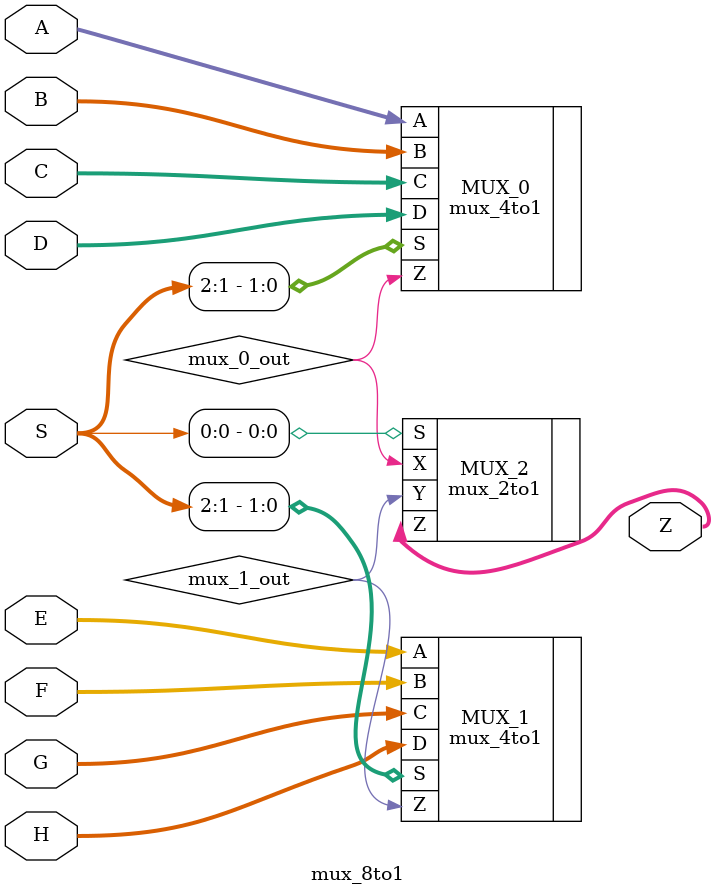
<source format=v>
`timescale 1ns / 1ps
`default_nettype none


module mux_8to1(A, B, C, D, E, F, G, H, S, Z);
    parameter WIDTH = 32;

    input wire [(WIDTH-1):0] A, B, C, D, E, F, G, H;
    input wire [2:0] S;
    output wire [(WIDTH-1):0] Z;

    wire mux_0_out, mux_1_out;

    mux_4to1 #(.WIDTH(WIDTH)) MUX_0 (
        .A(A),
        .B(B),
        .C(C),
        .D(D),
        .S(S[2:1]),
        .Z(mux_0_out)
    );
    mux_4to1 #(.WIDTH(WIDTH)) MUX_1 (
        .A(E),
        .B(F),
        .C(G),
        .D(H),
        .S(S[2:1]),
        .Z(mux_1_out)
    );
    mux_2to1 #(.N(WIDTH)) MUX_2 (
        .X(mux_0_out),
        .Y(mux_1_out),
        .S(S[0]),
        .Z(Z)
    );
endmodule

</source>
